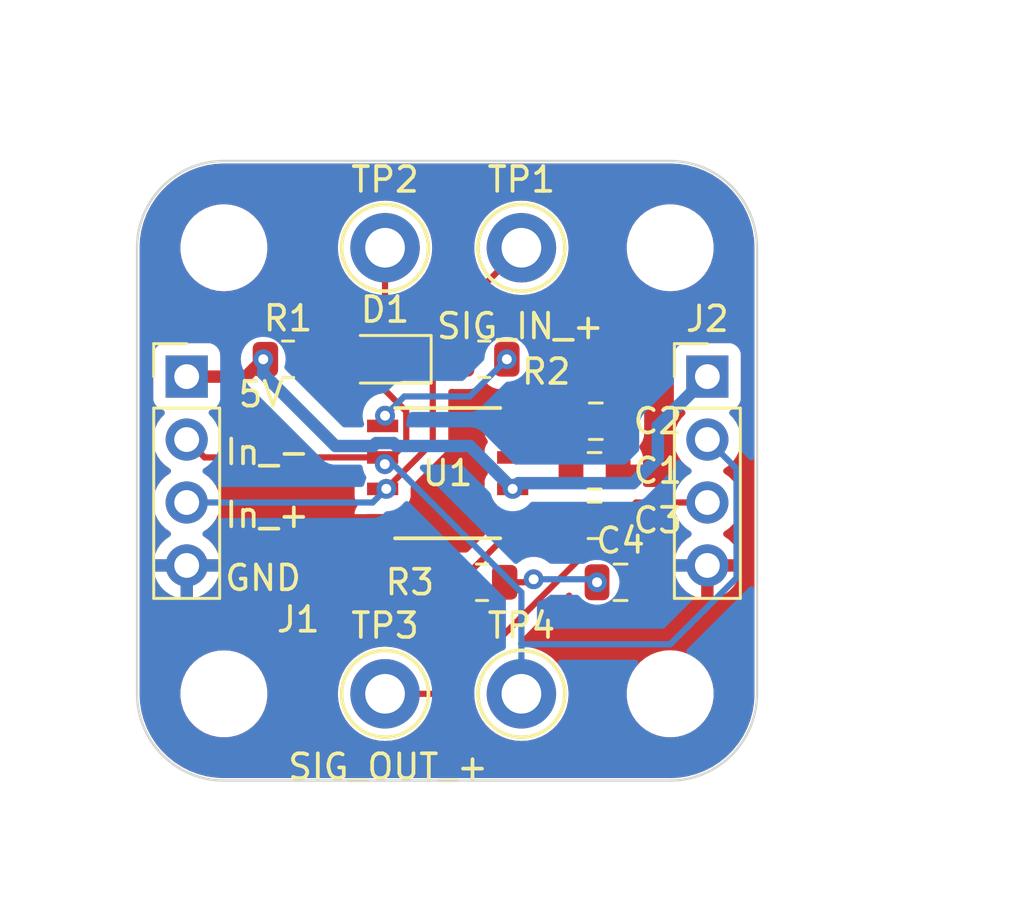
<source format=kicad_pcb>
(kicad_pcb (version 20221018) (generator pcbnew)
  (layers (0 "F.Cu" signal) (31 "B.Cu" signal) (34 "B.Paste" user) (35 "F.Paste" user) (36 "B.SilkS" user "B.Silkscreen") (37 "F.SilkS" user "F.Silkscreen") (38 "B.Mask" user) (39 "F.Mask" user) (44 "Edge.Cuts" user))
  (net 0 "")
  (net 1 "Net-(U1-BYPASS)")
  (net 2 "GND")
  (net 3 "Net-(C2-Pad1)")
  (net 4 "Net-(C2-Pad2)")
  (net 5 "Net-(C3-Pad1)")
  (net 6 "/SIG_OUT_+")
  (net 7 "Net-(D1-A)")
  (net 8 "Net-(R2-Pad1)")
  (net 9 "GNDS")
  (net 10 "/SIG_IN_+")
  (net 11 "+5V")
  (net 12 "Net-(C4-Pad1)")
  (footprint "MountingHole:MountingHole_3mm" (layer "F.Cu") (at 79 91.5)
    (fp_text reference "H3" (at 0 0) (layer "F.SilkS"))
    (fp_text value "MountingHole")
    (pad "" np_thru_hole circle (at 0 0) (size 3 3) (drill 3) (layers "*.Cu" "*.Mask"))
  )
  (footprint "Capacitor_SMD:C_0805_2012Metric" (layer "F.Cu") (at 76 98.5)
    (fp_text reference "C2" (at 2.5 0) (layer "F.SilkS"))
    (fp_text value "10uF")
    (fp_line (start -0.261252 -0.735) (end 0.261252 -0.735) (stroke (width 0.12)) (layer "F.SilkS"))
    (fp_line (start -0.261252 0.735) (end 0.261252 0.735) (stroke (width 0.12)) (layer "F.SilkS"))
    (pad "1" smd roundrect (at -0.95 0) (size 1 1.45) (layers "F.Cu" "F.Paste" "F.Mask") (net 3 "Net-(C2-Pad1)"))
    (pad "2" smd roundrect (at 0.95 0) (size 1 1.45) (layers "F.Cu" "F.Paste" "F.Mask") (net 4 "Net-(C2-Pad2)"))
  )
  (footprint "TestPoint:TestPoint_Keystone_5005-5009_Compact" (layer "F.Cu") (at 73 91.5)
    (fp_text reference "TP1" (at 0 -2.75) (layer "F.SilkS"))
    (fp_text value "TestPoint")
    (fp_circle (center 0 0) (end 1.75 0) (stroke (width 0.15)) (fill none) (layer "F.SilkS"))
    (pad "1" thru_hole circle (at 0 0) (size 2.8 2.8) (drill 1.6) (layers "*.Cu" "*.Mask") (net 10 "/SIG_IN_+"))
  )
  (footprint "MountingHole:MountingHole_3mm" (layer "F.Cu") (at 61 109.5)
    (fp_text reference "H2" (at -0.04 -0.28) (layer "F.SilkS"))
    (fp_text value "MountingHole")
    (pad "" np_thru_hole circle (at 0 0) (size 3 3) (drill 3) (layers "*.Cu" "*.Mask"))
  )
  (footprint "LED_SMD:LED_0805_2012Metric_Pad1.15x1.40mm_HandSolder" (layer "F.Cu") (at 67.5 96 180)
    (fp_text reference "D1" (at 0 2) (layer "F.SilkS"))
    (fp_text value "Green")
    (fp_line (start -1.86 -0.96) (end -1.86 0.96) (stroke (width 0.12)) (layer "F.SilkS"))
    (fp_line (start -1.86 0.96) (end 1 0.96) (stroke (width 0.12)) (layer "F.SilkS"))
    (fp_line (start 1 -0.96) (end -1.86 -0.96) (stroke (width 0.12)) (layer "F.SilkS"))
    (pad "1" smd roundrect (at -1.025 0 180) (size 1.15 1.4) (layers "F.Cu" "F.Paste" "F.Mask") (roundrect_rratio 0.2173913043) (net 2 "GND"))
    (pad "2" smd roundrect (at 1.025 0 180) (size 1.15 1.4) (layers "F.Cu" "F.Paste" "F.Mask") (roundrect_rratio 0.2173913043) (net 7 "Net-(D1-A)"))
  )
  (footprint "Connector_PinHeader_2.54mm:PinHeader_1x04_P2.54mm_Vertical" (layer "F.Cu") (at 80.5 96.7)
    (fp_text reference "J2" (at 0 -2.33) (layer "F.SilkS"))
    (fp_text value "Conn_01x04_Socket")
    (fp_line (start -1.33 -1.33) (end 0 -1.33) (stroke (width 0.12)) (layer "F.SilkS"))
    (fp_line (start -1.33 0) (end -1.33 -1.33) (stroke (width 0.12)) (layer "F.SilkS"))
    (fp_line (start -1.33 1.27) (end -1.33 8.95) (stroke (width 0.12)) (layer "F.SilkS"))
    (fp_line (start -1.33 1.27) (end 1.33 1.27) (stroke (width 0.12)) (layer "F.SilkS"))
    (fp_line (start -1.33 8.95) (end 1.33 8.95) (stroke (width 0.12)) (layer "F.SilkS"))
    (fp_line (start 1.33 1.27) (end 1.33 8.95) (stroke (width 0.12)) (layer "F.SilkS"))
    (pad "1" thru_hole rect (at 0 0) (size 1.7 1.7) (drill 1) (layers "*.Cu" "*.Mask") (net 11 "+5V"))
    (pad "2" thru_hole oval (at 0 2.54) (size 1.7 1.7) (drill 1) (layers "*.Cu" "*.Mask") (net 9 "GNDS"))
    (pad "3" thru_hole oval (at 0 5.08) (size 1.7 1.7) (drill 1) (layers "*.Cu" "*.Mask") (net 6 "/SIG_OUT_+"))
    (pad "4" thru_hole oval (at 0 7.62) (size 1.7 1.7) (drill 1) (layers "*.Cu" "*.Mask") (net 2 "GND"))
  )
  (footprint "TestPoint:TestPoint_Keystone_5005-5009_Compact" (layer "F.Cu") (at 73 109.5)
    (fp_text reference "TP4" (at 0 -2.75) (layer "F.SilkS"))
    (fp_text value "TestPoint")
    (fp_circle (center 0 0) (end 1.75 0) (stroke (width 0.15)) (fill none) (layer "F.SilkS"))
    (pad "1" thru_hole circle (at 0 0) (size 2.8 2.8) (drill 1.6) (layers "*.Cu" "*.Mask") (net 9 "GNDS"))
  )
  (footprint "HCRL:M08A_TEX-L" (layer "F.Cu") (at 70.025 100.595)
    (fp_text reference "U1" (at 0 0 unlocked) (layer "F.SilkS"))
    (fp_text value "LM386")
    (fp_line (start -2.1209 2.6289) (end 2.1209 2.6289) (stroke (width 0.1524)) (layer "F.SilkS"))
    (fp_line (start 2.1209 -2.6289) (end -2.1209 -2.6289) (stroke (width 0.1524)) (layer "F.SilkS"))
    (pad "1" smd rect (at -2.62255 -1.905) (size 1.2573 0.508) (layers "F.Cu" "F.Paste" "F.Mask") (net 8 "Net-(R2-Pad1)"))
    (pad "2" smd rect (at -2.62255 -0.635) (size 1.2573 0.508) (layers "F.Cu" "F.Paste" "F.Mask") (net 9 "GNDS"))
    (pad "3" smd rect (at -2.62255 0.635) (size 1.2573 0.508) (layers "F.Cu" "F.Paste" "F.Mask") (net 10 "/SIG_IN_+"))
    (pad "4" smd rect (at -2.62255 1.905) (size 1.2573 0.508) (layers "F.Cu" "F.Paste" "F.Mask") (net 2 "GND"))
    (pad "5" smd rect (at 2.62255 1.905) (size 1.2573 0.508) (layers "F.Cu" "F.Paste" "F.Mask") (net 5 "Net-(C3-Pad1)"))
    (pad "6" smd rect (at 2.62255 0.635) (size 1.2573 0.508) (layers "F.Cu" "F.Paste" "F.Mask") (net 11 "+5V"))
    (pad "7" smd rect (at 2.62255 -0.635) (size 1.2573 0.508) (layers "F.Cu" "F.Paste" "F.Mask") (net 1 "Net-(U1-BYPASS)"))
    (pad "8" smd rect (at 2.62255 -1.905) (size 1.2573 0.508) (layers "F.Cu" "F.Paste" "F.Mask") (net 3 "Net-(C2-Pad1)"))
  )
  (footprint "Resistor_SMD:R_0805_2012Metric" (layer "F.Cu") (at 71.5 96 180)
    (fp_text reference "R2" (at -2.5 -0.5) (layer "F.SilkS"))
    (fp_text value "1.2k")
    (fp_line (start -0.227064 -0.735) (end 0.227064 -0.735) (stroke (width 0.12)) (layer "F.SilkS"))
    (fp_line (start -0.227064 0.735) (end 0.227064 0.735) (stroke (width 0.12)) (layer "F.SilkS"))
    (pad "1" smd roundrect (at -0.9125 0 180) (size 1.025 1.4) (layers "F.Cu" "F.Paste" "F.Mask") (roundrect_rratio 0.243902439) (net 8 "Net-(R2-Pad1)"))
    (pad "2" smd roundrect (at 0.9125 0 180) (size 1.025 1.4) (layers "F.Cu" "F.Paste" "F.Mask") (roundrect_rratio 0.243902439) (net 4 "Net-(C2-Pad2)"))
  )
  (footprint "Capacitor_SMD:C_0805_2012Metric" (layer "F.Cu") (at 75.95 102.5)
    (fp_text reference "C3" (at 2.55 0) (layer "F.SilkS"))
    (fp_text value "250uF")
    (fp_line (start -0.261252 -0.735) (end 0.261252 -0.735) (stroke (width 0.12)) (layer "F.SilkS"))
    (fp_line (start -0.261252 0.735) (end 0.261252 0.735) (stroke (width 0.12)) (layer "F.SilkS"))
    (pad "1" smd roundrect (at -0.95 0) (size 1 1.45) (layers "F.Cu" "F.Paste" "F.Mask") (net 5 "Net-(C3-Pad1)"))
    (pad "2" smd roundrect (at 0.95 0) (size 1 1.45) (layers "F.Cu" "F.Paste" "F.Mask") (net 6 "/SIG_OUT_+"))
  )
  (footprint "Resistor_SMD:R_0805_2012Metric" (layer "F.Cu") (at 63.5875 96)
    (fp_text reference "R1" (at 0 -1.65) (layer "F.SilkS"))
    (fp_text value "5k")
    (fp_line (start -0.227064 -0.735) (end 0.227064 -0.735) (stroke (width 0.12)) (layer "F.SilkS"))
    (fp_line (start -0.227064 0.735) (end 0.227064 0.735) (stroke (width 0.12)) (layer "F.SilkS"))
    (pad "1" smd roundrect (at -0.9125 0) (size 1.025 1.4) (layers "F.Cu" "F.Paste" "F.Mask") (roundrect_rratio 0.243902439) (net 11 "+5V"))
    (pad "2" smd roundrect (at 0.9125 0) (size 1.025 1.4) (layers "F.Cu" "F.Paste" "F.Mask") (roundrect_rratio 0.243902439) (net 7 "Net-(D1-A)"))
  )
  (footprint "TestPoint:TestPoint_Keystone_5005-5009_Compact" (layer "F.Cu") (at 67.5 91.5)
    (fp_text reference "TP2" (at 0 -2.75) (layer "F.SilkS"))
    (fp_text value "TestPoint")
    (fp_circle (center 0 0) (end 1.75 0) (stroke (width 0.15)) (fill none) (layer "F.SilkS"))
    (pad "1" thru_hole circle (at 0 0) (size 2.8 2.8) (drill 1.6) (layers "*.Cu" "*.Mask") (net 9 "GNDS"))
  )
  (footprint "TestPoint:TestPoint_Keystone_5005-5009_Compact" (layer "F.Cu") (at 67.5 109.5)
    (fp_text reference "TP3" (at 0 -2.75) (layer "F.SilkS"))
    (fp_text value "TestPoint")
    (fp_circle (center 0 0) (end 1.75 0) (stroke (width 0.15)) (fill none) (layer "F.SilkS"))
    (pad "1" thru_hole circle (at 0 0) (size 2.8 2.8) (drill 1.6) (layers "*.Cu" "*.Mask") (net 6 "/SIG_OUT_+"))
  )
  (footprint "Capacitor_SMD:C_0805_2012Metric" (layer "F.Cu") (at 75.95 100.5)
    (fp_text reference "C1" (at 2.55 0) (layer "F.SilkS"))
    (fp_text value "1uF")
    (fp_line (start -0.261252 -0.735) (end 0.261252 -0.735) (stroke (width 0.12)) (layer "F.SilkS"))
    (fp_line (start -0.261252 0.735) (end 0.261252 0.735) (stroke (width 0.12)) (layer "F.SilkS"))
    (pad "1" smd roundrect (at -0.95 0) (size 1 1.45) (layers "F.Cu" "F.Paste" "F.Mask") (net 1 "Net-(U1-BYPASS)"))
    (pad "2" smd roundrect (at 0.95 0) (size 1 1.45) (layers "F.Cu" "F.Paste" "F.Mask") (net 2 "GND"))
  )
  (footprint "Connector_PinHeader_2.54mm:PinHeader_1x04_P2.54mm_Vertical" (layer "F.Cu") (at 59.5 96.7)
    (fp_text reference "J1" (at 4.5 9.8) (layer "F.SilkS"))
    (fp_text value "Conn_01x04_Socket")
    (fp_line (start -1.33 -1.33) (end 0 -1.33) (stroke (width 0.12)) (layer "F.SilkS"))
    (fp_line (start -1.33 0) (end -1.33 -1.33) (stroke (width 0.12)) (layer "F.SilkS"))
    (fp_line (start -1.33 1.27) (end -1.33 8.95) (stroke (width 0.12)) (layer "F.SilkS"))
    (fp_line (start -1.33 1.27) (end 1.33 1.27) (stroke (width 0.12)) (layer "F.SilkS"))
    (fp_line (start -1.33 8.95) (end 1.33 8.95) (stroke (width 0.12)) (layer "F.SilkS"))
    (fp_line (start 1.33 1.27) (end 1.33 8.95) (stroke (width 0.12)) (layer "F.SilkS"))
    (pad "1" thru_hole rect (at 0 0) (size 1.7 1.7) (drill 1) (layers "*.Cu" "*.Mask") (net 11 "+5V"))
    (pad "2" thru_hole oval (at 0 2.54) (size 1.7 1.7) (drill 1) (layers "*.Cu" "*.Mask") (net 9 "GNDS"))
    (pad "3" thru_hole oval (at 0 5.08) (size 1.7 1.7) (drill 1) (layers "*.Cu" "*.Mask") (net 10 "/SIG_IN_+"))
    (pad "4" thru_hole oval (at 0 7.62) (size 1.7 1.7) (drill 1) (layers "*.Cu" "*.Mask") (net 2 "GND"))
  )
  (footprint "MountingHole:MountingHole_3mm" (layer "F.Cu") (at 61 91.5)
    (fp_text reference "H1" (at 0 0) (layer "F.SilkS"))
    (fp_text value "MountingHole")
    (pad "" np_thru_hole circle (at 0 0) (size 3 3) (drill 3) (layers "*.Cu" "*.Mask"))
  )
  (footprint "Resistor_SMD:R_0805_2012Metric" (layer "F.Cu") (at 71.4125 105)
    (fp_text reference "R3" (at -2.9125 0) (layer "F.SilkS"))
    (fp_text value "10")
    (fp_line (start -0.227064 -0.735) (end 0.227064 -0.735) (stroke (width 0.12)) (layer "F.SilkS"))
    (fp_line (start -0.227064 0.735) (end 0.227064 0.735) (stroke (width 0.12)) (layer "F.SilkS"))
    (pad "1" smd roundrect (at -0.9125 0) (size 1.025 1.4) (layers "F.Cu" "F.Paste" "F.Mask") (roundrect_rratio 0.243902439) (net 5 "Net-(C3-Pad1)"))
    (pad "2" smd roundrect (at 0.9125 0) (size 1.025 1.4) (layers "F.Cu" "F.Paste" "F.Mask") (roundrect_rratio 0.243902439) (net 12 "Net-(C4-Pad1)"))
  )
  (footprint "Capacitor_SMD:C_0805_2012Metric" (layer "F.Cu") (at 77 105)
    (fp_text reference "C4" (at 0 -1.68) (layer "F.SilkS"))
    (fp_text value ".05uF")
    (fp_line (start -0.261252 -0.735) (end 0.261252 -0.735) (stroke (width 0.12)) (layer "F.SilkS"))
    (fp_line (start -0.261252 0.735) (end 0.261252 0.735) (stroke (width 0.12)) (layer "F.SilkS"))
    (pad "1" smd roundrect (at -0.95 0) (size 1 1.45) (layers "F.Cu" "F.Paste" "F.Mask") (net 12 "Net-(C4-Pad1)"))
    (pad "2" smd roundrect (at 0.95 0) (size 1 1.45) (layers "F.Cu" "F.Paste" "F.Mask") (net 2 "GND"))
  )
  (footprint "MountingHole:MountingHole_3mm" (layer "F.Cu") (at 79 109.5)
    (fp_text reference "H4" (at 0 -0.28) (layer "F.SilkS"))
    (fp_text value "MountingHole")
    (pad "" np_thru_hole circle (at 0 0) (size 3 3) (drill 3) (layers "*.Cu" "*.Mask"))
  )
  (gr_arc (start 57.5 91.5) (mid 58.525126 89.025126) (end 61 88) (stroke (width 0.1)) (layer "Edge.Cuts"))
  (gr_line (start 79 113) (end 61 113) (stroke (width 0.1)) (layer "Edge.Cuts"))
  (gr_arc (start 61 113) (mid 58.525126 111.974874) (end 57.5 109.5) (stroke (width 0.1)) (layer "Edge.Cuts"))
  (gr_line (start 57.5 109.5) (end 57.5 91.5) (stroke (width 0.1)) (layer "Edge.Cuts"))
  (gr_line (start 61 88) (end 79 88) (stroke (width 0.1)) (layer "Edge.Cuts"))
  (gr_line (start 82.5 91.5) (end 82.5 109.5) (stroke (width 0.1)) (layer "Edge.Cuts"))
  (gr_arc (start 82.5 109.5) (mid 81.474874 111.974874) (end 79 113) (stroke (width 0.1)) (layer "Edge.Cuts"))
  (gr_arc (start 79 88) (mid 81.474874 89.025126) (end 82.5 91.5) (stroke (width 0.1)) (layer "Edge.Cuts"))
  (gr_text "5V" (at 61.5 98) (layer "F.SilkS") (effects (font (size 1 1)) (justify left bottom)))
  (gr_text "In_-" (at 60.96 100.33) (layer "F.SilkS") (effects (font (size 1 1)) (justify left bottom)))
  (gr_text "In_+" (at 60.96 102.87) (layer "F.SilkS") (effects (font (size 1 1)) (justify left bottom)))
  (gr_text "SIG_IN_+" (at 69.5 95.25) (layer "F.SilkS") (effects (font (size 1 1)) (justify left bottom)))
  (gr_text "SIG_OUT_+" (at 63.5 113.03) (layer "F.SilkS") (effects (font (size 1 1)) (justify left bottom)))
  (gr_text "GND" (at 60.96 105.41) (layer "F.SilkS") (effects (font (size 1 1)) (justify left bottom)))
  (segment (start 74.46 99.96) (end 75 100.5) (width 0.25) (layer "F.Cu") (net 1))
  (segment (start 72.64755 99.96) (end 74.46 99.96) (width 0.25) (layer "F.Cu") (net 1))
  (segment (start 72.5 98.69) (end 72.5 98.6) (width 0.25) (layer "F.Cu") (net 3))
  (segment (start 72.83755 98.5) (end 72.64755 98.69) (width 0.25) (layer "F.Cu") (net 3))
  (segment (start 75.05 98.5) (end 72.83755 98.5) (width 0.25) (layer "F.Cu") (net 3))
  (segment (start 71.6125 94.975) (end 70.5875 96) (width 0.25) (layer "F.Cu") (net 4))
  (segment (start 76.95 98.5) (end 73.45 95) (width 0.25) (layer "F.Cu") (net 4))
  (segment (start 73.25 95) (end 73.225 94.975) (width 0.25) (layer "F.Cu") (net 4))
  (segment (start 73.225 94.975) (end 71.6125 94.975) (width 0.25) (layer "F.Cu") (net 4))
  (segment (start 73.45 95) (end 73.25 95) (width 0.25) (layer "F.Cu") (net 4))
  (segment (start 70.5875 96) (end 70.5875 96.5) (width 0.25) (layer "F.Cu") (net 4))
  (segment (start 72.64755 102.85245) (end 72.64755 102.5) (width 0.25) (layer "F.Cu") (net 5))
  (segment (start 70.5 105) (end 72.64755 102.85245) (width 0.25) (layer "F.Cu") (net 5))
  (segment (start 72.64755 102.5) (end 75 102.5) (width 0.25) (layer "F.Cu") (net 5))
  (segment (start 76.9 102.5) (end 77.62 101.78) (width 0.25) (layer "F.Cu") (net 6))
  (segment (start 77.62 101.78) (end 80.5 101.78) (width 0.25) (layer "F.Cu") (net 6))
  (segment (start 76.9 102.5) (end 69.9 109.5) (width 0.25) (layer "F.Cu") (net 6))
  (segment (start 69.9 109.5) (end 67.5 109.5) (width 0.25) (layer "F.Cu") (net 6))
  (segment (start 64.4125 96) (end 66.475 96) (width 0.25) (layer "F.Cu") (net 7))
  (segment (start 67.40245 98.69) (end 67.40245 98.37305) (width 0.25) (layer "F.Cu") (net 8))
  (segment (start 67.40245 98.37305) (end 67.5 98.2755) (width 0.25) (layer "F.Cu") (net 8))
  (via (at 67.5 98.2755) (size 0.8) (drill 0.4) (layers "F.Cu" "B.Cu") (net 8))
  (via (at 72.4125 96) (size 0.8) (drill 0.4) (layers "F.Cu" "B.Cu") (net 8))
  (segment (start 72.4125 96) (end 70.9125 97.5) (width 0.25) (layer "B.Cu") (net 8))
  (segment (start 70.9125 97.5) (end 68.2755 97.5) (width 0.25) (layer "B.Cu") (net 8))
  (segment (start 68.2755 97.5) (end 67.5 98.2755) (width 0.25) (layer "B.Cu") (net 8))
  (segment (start 68.3561 99.367655) (end 68.3561 98.106295) (width 0.25) (layer "F.Cu") (net 9))
  (segment (start 67.219339 99.96) (end 60.22 99.96) (width 0.25) (layer "F.Cu") (net 9))
  (segment (start 67.491547 100.232208) (end 67.219339 99.96) (width 0.25) (layer "F.Cu") (net 9))
  (segment (start 67.491547 100.232208) (end 68.3561 99.367655) (width 0.25) (layer "F.Cu") (net 9))
  (segment (start 67.5 97.250195) (end 67.5 91.5) (width 0.25) (layer "F.Cu") (net 9))
  (segment (start 68.3561 98.106295) (end 67.5 97.250195) (width 0.25) (layer "F.Cu") (net 9))
  (segment (start 60.22 99.96) (end 59.5 99.24) (width 0.25) (layer "F.Cu") (net 9))
  (via (at 67.491547 100.232208) (size 0.8) (drill 0.4) (layers "F.Cu" "B.Cu") (net 9))
  (segment (start 81.675 100.415) (end 81.675 104.825) (width 0.25) (layer "B.Cu") (net 9))
  (segment (start 80.5 99.24) (end 81.675 100.415) (width 0.25) (layer "B.Cu") (net 9))
  (segment (start 73 109.5) (end 73 107.5) (width 0.25) (layer "B.Cu") (net 9))
  (segment (start 79 107.5) (end 73 107.5) (width 0.25) (layer "B.Cu") (net 9))
  (segment (start 81.675 104.825) (end 79 107.5) (width 0.25) (layer "B.Cu") (net 9))
  (segment (start 67.822208 100.232208) (end 73 105.41) (width 0.25) (layer "B.Cu") (net 9))
  (segment (start 67.491547 100.232208) (end 67.822208 100.232208) (width 0.25) (layer "B.Cu") (net 9))
  (segment (start 73 105.41) (end 73 107.5) (width 0.25) (layer "B.Cu") (net 9))
  (segment (start 69.425 99.355) (end 67.55 101.23) (width 0.25) (layer "F.Cu") (net 10))
  (segment (start 69.425 95.075) (end 69.425 99.355) (width 0.25) (layer "F.Cu") (net 10))
  (segment (start 73 91.5) (end 69.425 95.075) (width 0.25) (layer "F.Cu") (net 10))
  (via (at 67.55 101.23) (size 0.8) (drill 0.4) (layers "F.Cu" "B.Cu") (net 10))
  (segment (start 59.5 101.78) (end 67 101.78) (width 0.25) (layer "B.Cu") (net 10))
  (segment (start 67 101.78) (end 67.55 101.23) (width 0.25) (layer "B.Cu") (net 10))
  (segment (start 61.8875 96.7) (end 59.5 96.7) (width 0.5) (layer "F.Cu") (net 11))
  (segment (start 62.5875 96) (end 62.675 96) (width 0.5) (layer "F.Cu") (net 11))
  (segment (start 62.5875 96) (end 61.8875 96.7) (width 0.5) (layer "F.Cu") (net 11))
  (via (at 72.64755 101.23) (size 0.8) (drill 0.4) (layers "F.Cu" "B.Cu") (net 11))
  (via (at 62.5875 96) (size 0.8) (drill 0.4) (layers "F.Cu" "B.Cu") (net 11))
  (segment (start 62.5875 96.5875) (end 62.5875 96) (width 0.5) (layer "B.Cu") (net 11))
  (segment (start 65.5 99.5) (end 62.5875 96.5875) (width 0.5) (layer "B.Cu") (net 11))
  (segment (start 78.5 100) (end 77.5 101) (width 0.5) (layer "B.Cu") (net 11))
  (segment (start 67.139465 99.382208) (end 67.021673 99.5) (width 0.5) (layer "B.Cu") (net 11))
  (segment (start 80.5 96.7) (end 78.5 98.7) (width 0.5) (layer "B.Cu") (net 11))
  (segment (start 67.961421 99.5) (end 67.843629 99.382208) (width 0.5) (layer "B.Cu") (net 11))
  (segment (start 77.5 101) (end 72.87755 101) (width 0.5) (layer "B.Cu") (net 11))
  (segment (start 70.91755 99.5) (end 67.961421 99.5) (width 0.5) (layer "B.Cu") (net 11))
  (segment (start 72.64755 101.23) (end 70.91755 99.5) (width 0.5) (layer "B.Cu") (net 11))
  (segment (start 67.843629 99.382208) (end 67.139465 99.382208) (width 0.5) (layer "B.Cu") (net 11))
  (segment (start 72.87755 101) (end 72.64755 101.23) (width 0.5) (layer "B.Cu") (net 11))
  (segment (start 67.021673 99.5) (end 65.5 99.5) (width 0.5) (layer "B.Cu") (net 11))
  (segment (start 78.5 98.7) (end 78.5 100) (width 0.5) (layer "B.Cu") (net 11))
  (segment (start 72.325 105) (end 73.371073 105) (width 0.25) (layer "F.Cu") (net 12))
  (segment (start 73.371073 105) (end 73.492836 104.878237) (width 0.25) (layer "F.Cu") (net 12))
  (via (at 73.492836 104.878237) (size 0.8) (drill 0.4) (layers "F.Cu" "B.Cu") (net 12))
  (via (at 76.05 105) (size 0.8) (drill 0.4) (layers "F.Cu" "B.Cu") (net 12))
  (segment (start 73.492836 104.878237) (end 75.928237 104.878237) (width 0.25) (layer "B.Cu") (net 12))
  (segment (start 75.928237 104.878237) (end 76.05 105) (width 0.25) (layer "B.Cu") (net 12))
  (zone (net 2) (net_name "GND") (layers "F&B.Cu") (connect_pads (clearance 0.5)) (min_thickness 0.25) (fill yes (thermal_gap 0.5) (thermal_bridge_width 0.5))
    (polygon (pts (xy 57.5 88) (xy 82.5 88) (xy 82.5 113) (xy 57.5 113)))
  )
)
</source>
